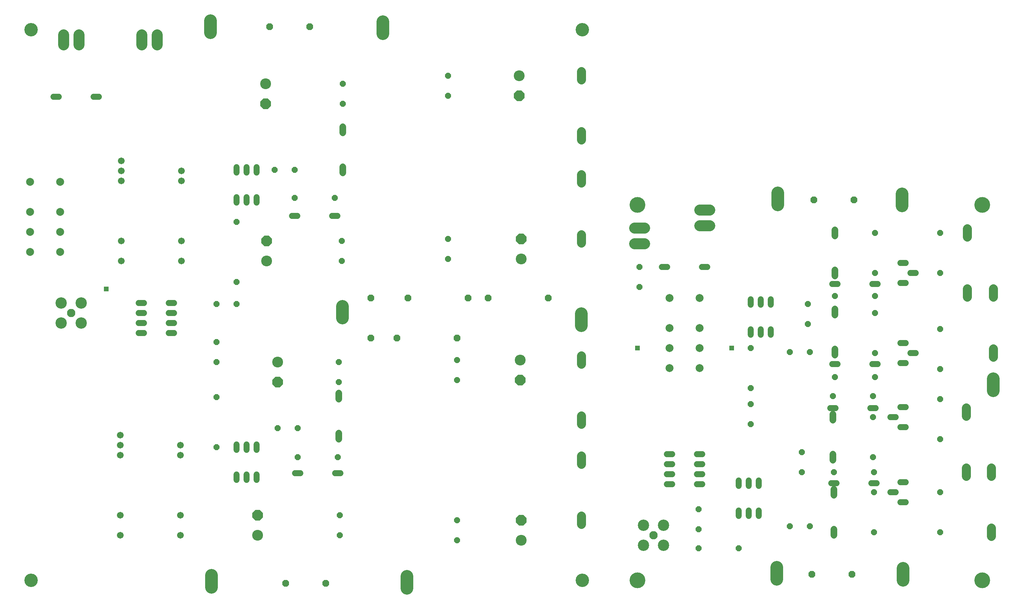
<source format=gbs>
G75*
%MOIN*%
%OFA0B0*%
%FSLAX25Y25*%
%IPPOS*%
%LPD*%
%AMOC8*
5,1,8,0,0,1.08239X$1,22.5*
%
%ADD10C,0.13398*%
%ADD11C,0.15750*%
%ADD12C,0.10839*%
%ADD13C,0.08300*%
%ADD14C,0.11300*%
%ADD15C,0.12650*%
%ADD16OC8,0.06000*%
%ADD17C,0.06000*%
%ADD18C,0.07887*%
%ADD19C,0.06737*%
%ADD20C,0.09050*%
%ADD21C,0.06737*%
%ADD22C,0.10800*%
%ADD23OC8,0.10800*%
%ADD24OC8,0.06800*%
%ADD25R,0.04762X0.04762*%
D10*
X0026000Y0027800D03*
X0026000Y0027800D03*
X0576000Y0027800D03*
X0576000Y0027800D03*
X0576000Y0577800D03*
X0576000Y0577800D03*
X0026000Y0577800D03*
X0026000Y0577800D03*
D11*
X0631000Y0402800D03*
X0631000Y0402800D03*
X0975000Y0402800D03*
X0975000Y0402800D03*
X0975000Y0027800D03*
X0975000Y0027800D03*
X0631000Y0027800D03*
X0631000Y0027800D03*
D12*
X0627980Y0364005D02*
X0638020Y0364005D01*
X0638020Y0379595D02*
X0627980Y0379595D01*
X0692980Y0382005D02*
X0703020Y0382005D01*
X0703020Y0397595D02*
X0692980Y0397595D01*
X0151795Y0562780D02*
X0151795Y0572820D01*
X0136205Y0572820D02*
X0136205Y0562780D01*
X0073795Y0562780D02*
X0073795Y0572820D01*
X0058205Y0572820D02*
X0058205Y0562780D01*
D13*
X0066000Y0294800D03*
X0647000Y0072800D03*
D14*
X0636961Y0082839D03*
X0657039Y0082839D03*
X0657039Y0062761D03*
X0636961Y0062761D03*
X0076039Y0284761D03*
X0055961Y0284761D03*
X0055961Y0304839D03*
X0076039Y0304839D03*
D15*
X0336700Y0301525D02*
X0336700Y0289675D01*
X0575000Y0294025D02*
X0575000Y0282175D01*
X0771000Y0402875D02*
X0771000Y0414725D01*
X0895000Y0413725D02*
X0895000Y0401875D01*
X0986000Y0229025D02*
X0986000Y0217175D01*
X0896000Y0039725D02*
X0896000Y0027875D01*
X0770000Y0028875D02*
X0770000Y0040725D01*
X0401000Y0031725D02*
X0401000Y0019875D01*
X0206000Y0020875D02*
X0206000Y0032725D01*
X0377000Y0573875D02*
X0377000Y0585725D01*
X0205000Y0586725D02*
X0205000Y0574875D01*
D16*
X0337000Y0523800D03*
X0337000Y0503800D03*
X0442000Y0511800D03*
X0442000Y0531800D03*
X0289000Y0437800D03*
X0269000Y0437800D03*
X0289000Y0409800D03*
X0329000Y0409800D03*
X0336000Y0366800D03*
X0336000Y0346800D03*
X0442000Y0348800D03*
X0442000Y0368800D03*
X0633000Y0340800D03*
X0633000Y0320800D03*
X0744000Y0259800D03*
X0783000Y0255800D03*
X0803000Y0255800D03*
X0801000Y0283800D03*
X0801000Y0303800D03*
X0828000Y0311800D03*
X0868000Y0311800D03*
X0868000Y0294800D03*
X0868000Y0254800D03*
X0868000Y0230800D03*
X0866000Y0211800D03*
X0866000Y0190800D03*
X0826000Y0211800D03*
X0828000Y0230800D03*
X0744000Y0219800D03*
X0744000Y0203800D03*
X0744000Y0183800D03*
X0795000Y0155800D03*
X0795000Y0135800D03*
X0827000Y0135800D03*
X0867000Y0135800D03*
X0866000Y0150800D03*
X0867000Y0115800D03*
X0933000Y0115800D03*
X0933000Y0075800D03*
X0867000Y0075800D03*
X0803000Y0081800D03*
X0783000Y0081800D03*
X0732000Y0059800D03*
X0692000Y0059800D03*
X0692000Y0078800D03*
X0692000Y0098800D03*
X0451000Y0087800D03*
X0451000Y0067800D03*
X0334000Y0072800D03*
X0334000Y0092800D03*
X0332000Y0150800D03*
X0292000Y0150800D03*
X0292000Y0179800D03*
X0272000Y0179800D03*
X0211000Y0160800D03*
X0211000Y0210800D03*
X0211000Y0245800D03*
X0211000Y0265800D03*
X0211000Y0303800D03*
X0231000Y0303800D03*
X0231000Y0325800D03*
X0231000Y0385800D03*
X0333000Y0245800D03*
X0333000Y0225800D03*
X0451000Y0227800D03*
X0451000Y0247800D03*
X0868000Y0334800D03*
X0868000Y0374800D03*
X0933000Y0374800D03*
X0933000Y0334800D03*
X0933000Y0278800D03*
X0933000Y0238800D03*
X0933000Y0208800D03*
X0933000Y0168800D03*
D17*
X0898600Y0180800D02*
X0893400Y0180800D01*
X0888600Y0190800D02*
X0883400Y0190800D01*
X0893400Y0200800D02*
X0898600Y0200800D01*
X0868600Y0199800D02*
X0863400Y0199800D01*
X0828600Y0199800D02*
X0823400Y0199800D01*
X0825400Y0243800D02*
X0830600Y0243800D01*
X0865400Y0243800D02*
X0870600Y0243800D01*
X0893400Y0244800D02*
X0898600Y0244800D01*
X0903400Y0254800D02*
X0908600Y0254800D01*
X0898600Y0264800D02*
X0893400Y0264800D01*
X0893400Y0324800D02*
X0898600Y0324800D01*
X0903400Y0334800D02*
X0908600Y0334800D01*
X0898600Y0344800D02*
X0893400Y0344800D01*
X0870600Y0323800D02*
X0865400Y0323800D01*
X0830600Y0323800D02*
X0825400Y0323800D01*
X0764000Y0308400D02*
X0764000Y0303200D01*
X0754000Y0303200D02*
X0754000Y0308400D01*
X0744000Y0308400D02*
X0744000Y0303200D01*
X0744000Y0278400D02*
X0744000Y0273200D01*
X0754000Y0273200D02*
X0754000Y0278400D01*
X0764000Y0278400D02*
X0764000Y0273200D01*
X0700600Y0340800D02*
X0695400Y0340800D01*
X0660600Y0340800D02*
X0655400Y0340800D01*
X0660400Y0153800D02*
X0665600Y0153800D01*
X0665600Y0143800D02*
X0660400Y0143800D01*
X0660400Y0133800D02*
X0665600Y0133800D01*
X0665600Y0123800D02*
X0660400Y0123800D01*
X0690400Y0123800D02*
X0695600Y0123800D01*
X0695600Y0133800D02*
X0690400Y0133800D01*
X0690400Y0143800D02*
X0695600Y0143800D01*
X0695600Y0153800D02*
X0690400Y0153800D01*
X0732000Y0127400D02*
X0732000Y0122200D01*
X0742000Y0122200D02*
X0742000Y0127400D01*
X0752000Y0127400D02*
X0752000Y0122200D01*
X0752000Y0097400D02*
X0752000Y0092200D01*
X0742000Y0092200D02*
X0742000Y0097400D01*
X0732000Y0097400D02*
X0732000Y0092200D01*
X0824400Y0124800D02*
X0829600Y0124800D01*
X0864400Y0124800D02*
X0869600Y0124800D01*
X0883400Y0115800D02*
X0888600Y0115800D01*
X0893400Y0125800D02*
X0898600Y0125800D01*
X0898600Y0105800D02*
X0893400Y0105800D01*
X0334600Y0134800D02*
X0329400Y0134800D01*
X0294600Y0134800D02*
X0289400Y0134800D01*
X0251000Y0133400D02*
X0251000Y0128200D01*
X0241000Y0128200D02*
X0241000Y0133400D01*
X0231000Y0133400D02*
X0231000Y0128200D01*
X0231000Y0158200D02*
X0231000Y0163400D01*
X0241000Y0163400D02*
X0241000Y0158200D01*
X0251000Y0158200D02*
X0251000Y0163400D01*
X0168600Y0274800D02*
X0163400Y0274800D01*
X0163400Y0284800D02*
X0168600Y0284800D01*
X0168600Y0294800D02*
X0163400Y0294800D01*
X0163400Y0304800D02*
X0168600Y0304800D01*
X0138600Y0304800D02*
X0133400Y0304800D01*
X0133400Y0294800D02*
X0138600Y0294800D01*
X0138600Y0284800D02*
X0133400Y0284800D01*
X0133400Y0274800D02*
X0138600Y0274800D01*
X0286400Y0391800D02*
X0291600Y0391800D01*
X0326400Y0391800D02*
X0331600Y0391800D01*
X0251000Y0405200D02*
X0251000Y0410400D01*
X0241000Y0410400D02*
X0241000Y0405200D01*
X0231000Y0405200D02*
X0231000Y0410400D01*
X0231000Y0435200D02*
X0231000Y0440400D01*
X0241000Y0440400D02*
X0241000Y0435200D01*
X0251000Y0435200D02*
X0251000Y0440400D01*
X0093600Y0510800D02*
X0088400Y0510800D01*
X0053600Y0510800D02*
X0048400Y0510800D01*
D18*
X0055000Y0425800D03*
X0025000Y0425800D03*
X0025000Y0395800D03*
X0025000Y0375800D03*
X0055000Y0375800D03*
X0055000Y0395800D03*
X0055000Y0355800D03*
X0025000Y0355800D03*
X0663000Y0309800D03*
X0693000Y0309800D03*
X0693000Y0279800D03*
X0663000Y0279800D03*
X0663000Y0259800D03*
X0663000Y0239800D03*
X0693000Y0239800D03*
X0693000Y0259800D03*
D19*
X0828000Y0258769D02*
X0828000Y0252831D01*
X0828000Y0292831D02*
X0828000Y0298769D01*
X0828000Y0331831D02*
X0828000Y0337769D01*
X0828000Y0371831D02*
X0828000Y0377769D01*
X0826000Y0193769D02*
X0826000Y0187831D01*
X0826000Y0153769D02*
X0826000Y0147831D01*
X0827000Y0118769D02*
X0827000Y0112831D01*
X0827000Y0078769D02*
X0827000Y0072831D01*
X0333000Y0168831D02*
X0333000Y0174769D01*
X0333000Y0208831D02*
X0333000Y0214769D01*
X0337000Y0434831D02*
X0337000Y0440769D01*
X0337000Y0474831D02*
X0337000Y0480769D01*
D20*
X0575000Y0475925D02*
X0575000Y0467675D01*
X0575000Y0432925D02*
X0575000Y0424675D01*
X0575000Y0372925D02*
X0575000Y0364675D01*
X0575000Y0251925D02*
X0575000Y0243675D01*
X0575000Y0191925D02*
X0575000Y0183675D01*
X0575000Y0151925D02*
X0575000Y0143675D01*
X0575000Y0091925D02*
X0575000Y0083675D01*
X0959000Y0131675D02*
X0959000Y0139925D01*
X0984000Y0139925D02*
X0984000Y0131675D01*
X0984000Y0079925D02*
X0984000Y0071675D01*
X0959000Y0191675D02*
X0959000Y0199925D01*
X0986000Y0250675D02*
X0986000Y0258925D01*
X0986000Y0310675D02*
X0986000Y0318925D01*
X0960000Y0318925D02*
X0960000Y0310675D01*
X0960000Y0370675D02*
X0960000Y0378925D01*
X0575000Y0527675D02*
X0575000Y0535925D01*
D21*
X0176000Y0436800D03*
X0176000Y0426800D03*
X0116000Y0426800D03*
X0116000Y0436800D03*
X0116000Y0446800D03*
X0116000Y0366800D03*
X0116000Y0346800D03*
X0176000Y0346800D03*
X0176000Y0366800D03*
X0115000Y0172800D03*
X0115000Y0162800D03*
X0115000Y0152800D03*
X0175000Y0152800D03*
X0175000Y0162800D03*
X0175000Y0092800D03*
X0175000Y0072800D03*
X0115000Y0072800D03*
X0115000Y0092800D03*
D22*
X0252000Y0072800D03*
X0515000Y0067800D03*
X0514000Y0247800D03*
X0515000Y0348800D03*
X0272000Y0245800D03*
X0261000Y0346800D03*
X0260000Y0523800D03*
X0513000Y0531800D03*
D23*
X0513000Y0511800D03*
X0515000Y0368800D03*
X0514000Y0227800D03*
X0515000Y0087800D03*
X0272000Y0225800D03*
X0252000Y0092800D03*
X0261000Y0366800D03*
X0260000Y0503800D03*
D24*
X0264000Y0580800D03*
X0304000Y0580800D03*
X0365000Y0309800D03*
X0402000Y0309800D03*
X0462000Y0309800D03*
X0482000Y0309800D03*
X0542000Y0309800D03*
X0451000Y0269800D03*
X0391000Y0269800D03*
X0365000Y0269800D03*
X0320000Y0024800D03*
X0280000Y0024800D03*
X0805000Y0033800D03*
X0845000Y0033800D03*
X0847000Y0407800D03*
X0807000Y0407800D03*
D25*
X0725000Y0259800D03*
X0631000Y0259800D03*
X0101000Y0318800D03*
M02*

</source>
